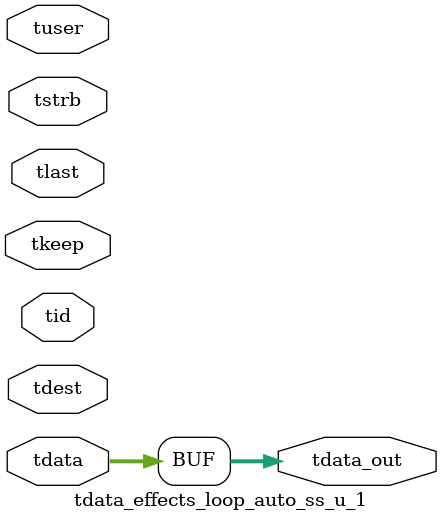
<source format=v>


`timescale 1ps/1ps

module tdata_effects_loop_auto_ss_u_1 #
(
parameter C_S_AXIS_TDATA_WIDTH = 32,
parameter C_S_AXIS_TUSER_WIDTH = 0,
parameter C_S_AXIS_TID_WIDTH   = 0,
parameter C_S_AXIS_TDEST_WIDTH = 0,
parameter C_M_AXIS_TDATA_WIDTH = 32
)
(
input  [(C_S_AXIS_TDATA_WIDTH == 0 ? 1 : C_S_AXIS_TDATA_WIDTH)-1:0     ] tdata,
input  [(C_S_AXIS_TUSER_WIDTH == 0 ? 1 : C_S_AXIS_TUSER_WIDTH)-1:0     ] tuser,
input  [(C_S_AXIS_TID_WIDTH   == 0 ? 1 : C_S_AXIS_TID_WIDTH)-1:0       ] tid,
input  [(C_S_AXIS_TDEST_WIDTH == 0 ? 1 : C_S_AXIS_TDEST_WIDTH)-1:0     ] tdest,
input  [(C_S_AXIS_TDATA_WIDTH/8)-1:0 ] tkeep,
input  [(C_S_AXIS_TDATA_WIDTH/8)-1:0 ] tstrb,
input                                                                    tlast,
output [C_M_AXIS_TDATA_WIDTH-1:0] tdata_out
);

assign tdata_out = {tdata[63:0]};

endmodule


</source>
